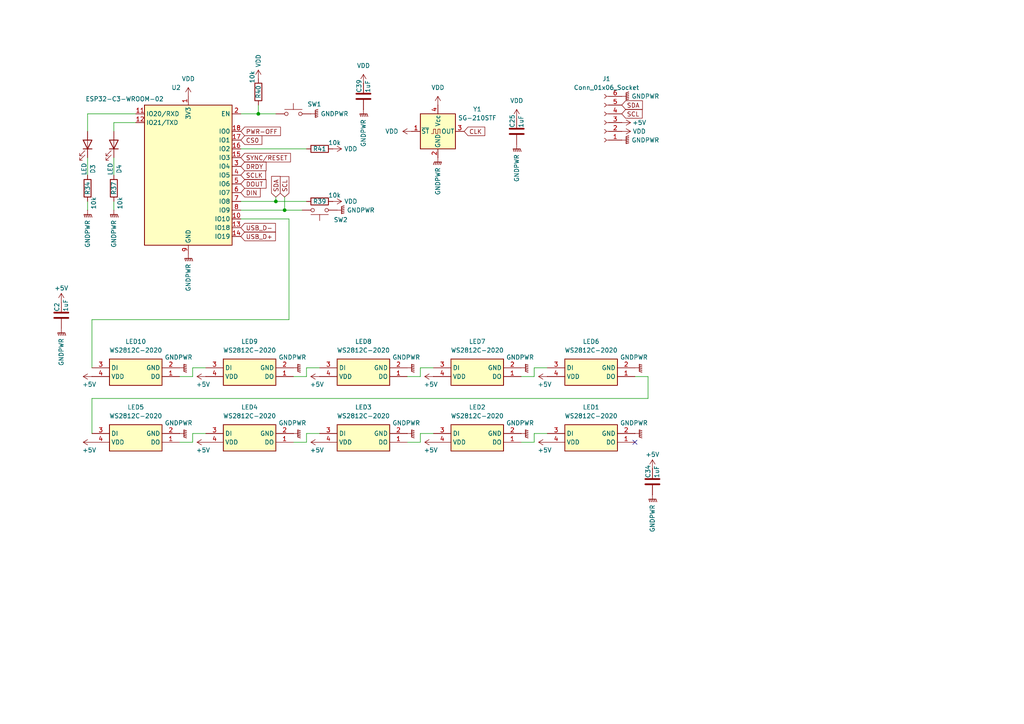
<source format=kicad_sch>
(kicad_sch (version 20250114) (generator "eeschema") (generator_version "9.0")
  (paper "A4")
  (lib_symbols
    (symbol "Connector:Conn_01x06_Socket" (pin_names (offset 1.016) (hide yes))
      (property "Reference" "J" (at 0 7.62 0))
      (property "Value" "Conn_01x06_Socket" (at 0 -10.16 0))
      (symbol "Conn_01x06_Socket_1_1"
        (polyline (pts (xy -1.27 5.08) (xy -0.508 5.08)) (stroke (width 0.1524)))
        (polyline (pts (xy -1.27 2.54) (xy -0.508 2.54)) (stroke (width 0.1524)))
        (polyline (pts (xy -1.27 0) (xy -0.508 0)) (stroke (width 0.1524)))
        (polyline (pts (xy -1.27 -2.54) (xy -0.508 -2.54)) (stroke (width 0.1524)))
        (polyline (pts (xy -1.27 -5.08) (xy -0.508 -5.08)) (stroke (width 0.1524)))
        (polyline (pts (xy -1.27 -7.62) (xy -0.508 -7.62)) (stroke (width 0.1524)))
        (arc (start 0 4.572) (mid -0.5058 5.08) (end 0 5.588) (stroke (width 0.1524)))
        (arc (start 0 2.032) (mid -0.5058 2.54) (end 0 3.048) (stroke (width 0.1524)))
        (arc (start 0 -0.508) (mid -0.5058 0) (end 0 0.508) (stroke (width 0.1524)))
        (arc (start 0 -3.048) (mid -0.5058 -2.54) (end 0 -2.032) (stroke (width 0.1524)))
        (arc (start 0 -5.588) (mid -0.5058 -5.08) (end 0 -4.572) (stroke (width 0.1524)))
        (arc (start 0 -8.128) (mid -0.5058 -7.62) (end 0 -7.112) (stroke (width 0.1524)))
        (pin passive line (at -5.08 5.08 0) (length 3.81) (name "Pin_1") (number "1"))
        (pin passive line (at -5.08 2.54 0) (length 3.81) (name "Pin_2") (number "2"))
        (pin passive line (at -5.08 0 0) (length 3.81) (name "Pin_3") (number "3"))
        (pin passive line (at -5.08 -2.54 0) (length 3.81) (name "Pin_4") (number "4"))
        (pin passive line (at -5.08 -5.08 0) (length 3.81) (name "Pin_5") (number "5"))
        (pin passive line (at -5.08 -7.62 0) (length 3.81) (name "Pin_6") (number "6"))
      )
    )
    (symbol "Device:C" (pin_numbers (hide yes)) (pin_names (offset 0.254))
      (property "Reference" "C" (at 0.635 2.54 0))
      (property "Value" "C" (at 0.635 -2.54 0))
      (symbol "C_0_1"
        (polyline (pts (xy -2.032 0.762) (xy 2.032 0.762)) (stroke (width 0.508)))
        (polyline (pts (xy -2.032 -0.762) (xy 2.032 -0.762)) (stroke (width 0.508)))
      )
      (symbol "C_1_1"
        (pin passive line (at 0 3.81 270) (length 2.794) (name "~") (number "1"))
        (pin passive line (at 0 -3.81 90) (length 2.794) (name "~") (number "2"))
      )
    )
    (symbol "Device:LED" (pin_numbers (hide yes)) (pin_names (offset 1.016) (hide yes))
      (property "Reference" "D" (at 0 2.54 0))
      (property "Value" "LED" (at 0 -2.54 0))
      (symbol "LED_0_1"
        (polyline (pts (xy -3.048 -0.762) (xy -4.572 -2.286) (xy -3.81 -2.286) (xy -4.572 -2.286) (xy -4.572 -1.524)))
        (polyline (pts (xy -1.778 -0.762) (xy -3.302 -2.286) (xy -2.54 -2.286) (xy -3.302 -2.286) (xy -3.302 -1.524)))
        (polyline (pts (xy -1.27 0) (xy 1.27 0)))
        (polyline (pts (xy -1.27 -1.27) (xy -1.27 1.27)) (stroke (width 0.254)))
        (polyline (pts (xy 1.27 -1.27) (xy 1.27 1.27) (xy -1.27 0) (xy 1.27 -1.27)) (stroke (width 0.254)))
      )
      (symbol "LED_1_1"
        (pin passive line (at -3.81 0 0) (length 2.54) (name "K") (number "1"))
        (pin passive line (at 3.81 0 180) (length 2.54) (name "A") (number "2"))
      )
    )
    (symbol "Device:R" (pin_numbers (hide yes)) (pin_names (offset 0))
      (property "Reference" "R" (at 2.032 0 90))
      (property "Value" "R" (at 0 0 90))
      (symbol "R_0_1"
        (rectangle (start -1.016 -2.54) (end 1.016 2.54) (stroke (width 0.254)))
      )
      (symbol "R_1_1"
        (pin passive line (at 0 3.81 270) (length 1.27) (name "~") (number "1"))
        (pin passive line (at 0 -3.81 90) (length 1.27) (name "~") (number "2"))
      )
    )
    (symbol "Oscillator:SG-210STF" (pin_names (offset 0.254))
      (property "Reference" "Y" (at -5.08 6.35 0))
      (property "Value" "SG-210STF" (at 1.27 -6.35 0))
      (symbol "SG-210STF_0_1"
        (rectangle (start -5.08 5.08) (end 5.08 -5.08) (stroke (width 0.254)) (fill (type background)))
        (polyline (pts (xy -1.905 -0.635) (xy -1.27 -0.635) (xy -1.27 0.635) (xy -0.635 0.635) (xy -0.635 -0.635) (xy 0 -0.635) (xy 0 0.635) (xy 0.635 0.635) (xy 0.635 -0.635)))
      )
      (symbol "SG-210STF_1_1"
        (pin input line (at -7.62 0 0) (length 2.54) (name "~{ST}") (number "1"))
        (pin power_in line (at 0 7.62 270) (length 2.54) (name "Vcc") (number "4"))
        (pin power_in line (at 0 -7.62 90) (length 2.54) (name "GND") (number "2"))
        (pin output line (at 7.62 0 180) (length 2.54) (name "OUT") (number "3"))
      )
    )
    (symbol "RF_Module:ESP32-C3-WROOM-02"
      (property "Reference" "U" (at -12.192 21.336 0))
      (property "Value" "ESP32-C3-WROOM-02" (at 12.192 21.336 0))
      (symbol "ESP32-C3-WROOM-02_1_1"
        (rectangle (start -12.7 20.32) (end 12.7 -20.32) (stroke (width 0.254)) (fill (type background)))
        (pin input line (at -15.24 17.78 0) (length 2.54) (name "EN") (number "2"))
        (pin bidirectional line (at -15.24 12.7 0) (length 2.54) (name "IO0") (number "18"))
        (pin bidirectional line (at -15.24 10.16 0) (length 2.54) (name "IO1") (number "17"))
        (pin bidirectional line (at -15.24 7.62 0) (length 2.54) (name "IO2") (number "16"))
        (pin bidirectional line (at -15.24 5.08 0) (length 2.54) (name "IO3") (number "15"))
        (pin bidirectional line (at -15.24 2.54 0) (length 2.54) (name "IO4") (number "3"))
        (pin bidirectional line (at -15.24 0 0) (length 2.54) (name "IO5") (number "4"))
        (pin bidirectional line (at -15.24 -2.54 0) (length 2.54) (name "IO6") (number "5"))
        (pin bidirectional line (at -15.24 -5.08 0) (length 2.54) (name "IO7") (number "6"))
        (pin bidirectional line (at -15.24 -7.62 0) (length 2.54) (name "IO8") (number "7"))
        (pin bidirectional line (at -15.24 -10.16 0) (length 2.54) (name "IO9") (number "8"))
        (pin bidirectional line (at -15.24 -12.7 0) (length 2.54) (name "IO10") (number "10"))
        (pin bidirectional line (at -15.24 -15.24 0) (length 2.54) (name "IO18") (number "13"))
        (pin bidirectional line (at -15.24 -17.78 0) (length 2.54) (name "IO19") (number "14"))
        (pin power_in line (at 0 22.86 270) (length 2.54) (name "3V3") (number "1"))
        (pin passive line (at 0 -22.86 90) (length 2.54) (hide yes) (name "GND") (number "19"))
        (pin power_in line (at 0 -22.86 90) (length 2.54) (name "GND") (number "9"))
        (pin bidirectional line (at 15.24 17.78 180) (length 2.54) (name "IO20/RXD") (number "11"))
        (pin bidirectional line (at 15.24 15.24 180) (length 2.54) (name "IO21/TXD") (number "12"))
      )
    )
    (symbol "Switch:SW_Push" (pin_numbers (hide yes)) (pin_names (offset 1.016) (hide yes))
      (property "Reference" "SW" (at 1.27 2.54 0))
      (property "Value" "SW_Push" (at 0 -1.524 0))
      (symbol "SW_Push_0_1"
        (circle (center -2.032 0) (radius 0.508))
        (polyline (pts (xy 0 1.27) (xy 0 3.048)))
        (circle (center 2.032 0) (radius 0.508))
        (polyline (pts (xy 2.54 1.27) (xy -2.54 1.27)))
        (pin passive line (at -5.08 0 0) (length 2.54) (name "1") (number "1"))
        (pin passive line (at 5.08 0 180) (length 2.54) (name "2") (number "2"))
      )
    )
    (symbol "power:+5V" (power) (pin_numbers (hide yes)) (pin_names (offset 0) (hide yes))
      (property "Value" "+5V" (at 0 3.556 0))
      (symbol "+5V_0_1"
        (polyline (pts (xy -0.762 1.27) (xy 0 2.54)))
        (polyline (pts (xy 0 2.54) (xy 0.762 1.27)))
        (polyline (pts (xy 0 0) (xy 0 2.54)))
      )
      (symbol "+5V_1_1"
        (pin power_in line (at 0 0 90) (length 0) (name "~") (number "1"))
      )
    )
    (symbol "power:GNDPWR" (power) (pin_numbers (hide yes)) (pin_names (offset 0) (hide yes))
      (property "Value" "GNDPWR" (at 0 -3.302 0))
      (symbol "GNDPWR_0_1"
        (polyline (pts (xy -1.016 -1.27) (xy -1.27 -2.032) (xy -1.27 -2.032)) (stroke (width 0.2032)))
        (polyline (pts (xy -0.508 -1.27) (xy -0.762 -2.032) (xy -0.762 -2.032)) (stroke (width 0.2032)))
        (polyline (pts (xy 0 -1.27) (xy 0 0)))
        (polyline (pts (xy 0 -1.27) (xy -0.254 -2.032) (xy -0.254 -2.032)) (stroke (width 0.2032)))
        (polyline (pts (xy 0.508 -1.27) (xy 0.254 -2.032) (xy 0.254 -2.032)) (stroke (width 0.2032)))
        (polyline (pts (xy 1.016 -1.27) (xy -1.016 -1.27) (xy -1.016 -1.27)) (stroke (width 0.2032)))
        (polyline (pts (xy 1.016 -1.27) (xy 0.762 -2.032) (xy 0.762 -2.032) (xy 0.762 -2.032)) (stroke (width 0.2032)))
      )
      (symbol "GNDPWR_1_1"
        (pin power_in line (at 0 0 270) (length 0) (name "~") (number "1"))
      )
    )
    (symbol "power:VDD" (power) (pin_numbers (hide yes)) (pin_names (offset 0) (hide yes))
      (property "Value" "VDD" (at 0 3.556 0))
      (symbol "VDD_0_1"
        (polyline (pts (xy -0.762 1.27) (xy 0 2.54)))
        (polyline (pts (xy 0 2.54) (xy 0.762 1.27)))
        (polyline (pts (xy 0 0) (xy 0 2.54)))
      )
      (symbol "VDD_1_1"
        (pin power_in line (at 0 0 90) (length 0) (name "~") (number "1"))
      )
    )
    (symbol "samacsys_ssd:WS2812C-2020"
      (property "Reference" "LED" (at 21.59 7.62 0))
      (property "Value" "WS2812C-2020" (at 21.59 5.08 0))
      (symbol "WS2812C-2020_1_1"
        (rectangle (start 5.08 2.54) (end 20.32 -5.08) (stroke (width 0.254)) (fill (type background)))
        (pin passive line (at 0 0 0) (length 5.08) (name "DI") (number "3"))
        (pin passive line (at 0 -2.54 0) (length 5.08) (name "VDD") (number "4"))
        (pin passive line (at 25.4 0 180) (length 5.08) (name "GND") (number "2"))
        (pin passive line (at 25.4 -2.54 180) (length 5.08) (name "DO") (number "1"))
      )
    )
  )
  (junction (at 74.93 33.02))
  (junction (at 82.55 60.96))
  (junction (at 80.01 58.42))
  (no_connect (at 184.15 128.27))
  (wire (pts (xy 80.01 33.02) (xy 74.93 33.02)))
  (wire (pts (xy 88.9 106.68) (xy 92.71 106.68)))
  (wire (pts (xy 55.88 106.68) (xy 59.69 106.68)))
  (wire (pts (xy 154.94 128.27) (xy 154.94 125.73)))
  (wire (pts (xy 69.85 58.42) (xy 80.01 58.42)))
  (wire (pts (xy 121.92 106.68) (xy 125.73 106.68)))
  (wire (pts (xy 33.02 35.56) (xy 33.02 38.1)))
  (wire (pts (xy 121.92 109.22) (xy 121.92 106.68)))
  (wire (pts (xy 80.01 58.42) (xy 88.9 58.42)))
  (wire (pts (xy 83.82 92.71) (xy 83.82 63.5)))
  (wire (pts (xy 52.07 109.22) (xy 55.88 109.22)))
  (wire (pts (xy 26.67 115.57) (xy 187.96 115.57)))
  (wire (pts (xy 154.94 109.22) (xy 154.94 106.68)))
  (wire (pts (xy 69.85 60.96) (xy 82.55 60.96)))
  (wire (pts (xy 74.93 33.02) (xy 69.85 33.02)))
  (wire (pts (xy 82.55 57.15) (xy 82.55 60.96)))
  (wire (pts (xy 69.85 43.18) (xy 88.9 43.18)))
  (wire (pts (xy 88.9 109.22) (xy 88.9 106.68)))
  (wire (pts (xy 118.11 109.22) (xy 121.92 109.22)))
  (wire (pts (xy 121.92 128.27) (xy 121.92 125.73)))
  (wire (pts (xy 25.4 33.02) (xy 25.4 38.1)))
  (wire (pts (xy 88.9 128.27) (xy 88.9 125.73)))
  (wire (pts (xy 151.13 109.22) (xy 154.94 109.22)))
  (wire (pts (xy 74.93 30.48) (xy 74.93 33.02)))
  (wire (pts (xy 25.4 33.02) (xy 39.37 33.02)))
  (wire (pts (xy 82.55 60.96) (xy 87.63 60.96)))
  (wire (pts (xy 39.37 35.56) (xy 33.02 35.56)))
  (wire (pts (xy 154.94 125.73) (xy 158.75 125.73)))
  (wire (pts (xy 26.67 106.68) (xy 26.67 92.71)))
  (wire (pts (xy 25.4 60.96) (xy 25.4 58.42)))
  (wire (pts (xy 33.02 60.96) (xy 33.02 58.42)))
  (wire (pts (xy 33.02 50.8) (xy 33.02 45.72)))
  (wire (pts (xy 55.88 125.73) (xy 59.69 125.73)))
  (wire (pts (xy 118.11 128.27) (xy 121.92 128.27)))
  (wire (pts (xy 151.13 128.27) (xy 154.94 128.27)))
  (wire (pts (xy 187.96 115.57) (xy 187.96 109.22)))
  (wire (pts (xy 85.09 109.22) (xy 88.9 109.22)))
  (wire (pts (xy 85.09 128.27) (xy 88.9 128.27)))
  (wire (pts (xy 83.82 63.5) (xy 69.85 63.5)))
  (wire (pts (xy 121.92 125.73) (xy 125.73 125.73)))
  (wire (pts (xy 88.9 125.73) (xy 92.71 125.73)))
  (wire (pts (xy 26.67 125.73) (xy 26.67 115.57)))
  (wire (pts (xy 55.88 128.27) (xy 55.88 125.73)))
  (wire (pts (xy 55.88 109.22) (xy 55.88 106.68)))
  (wire (pts (xy 80.01 57.15) (xy 80.01 58.42)))
  (wire (pts (xy 154.94 106.68) (xy 158.75 106.68)))
  (wire (pts (xy 26.67 92.71) (xy 83.82 92.71)))
  (wire (pts (xy 184.15 109.22) (xy 187.96 109.22)))
  (wire (pts (xy 25.4 50.8) (xy 25.4 45.72)))
  (wire (pts (xy 52.07 128.27) (xy 55.88 128.27)))
  (global_label "SCL" (shape input) (at 180.34 33.02 0) (property "Intersheetrefs" "${INTERSHEET_REFS}" (effects (hide yes))))
  (global_label "USB_D-" (shape input) (at 69.85 66.04 0) (property "Intersheetrefs" "${INTERSHEET_REFS}" (effects (hide yes))))
  (global_label "CS0" (shape input) (at 69.85 40.64 0) (property "Intersheetrefs" "${INTERSHEET_REFS}" (effects (hide yes))))
  (global_label "DOUT" (shape input) (at 69.85 53.34 0) (property "Intersheetrefs" "${INTERSHEET_REFS}" (effects (hide yes))))
  (global_label "SYNC{slash}RESET" (shape input) (at 69.85 45.72 0) (property "Intersheetrefs" "${INTERSHEET_REFS}" (effects (hide yes))))
  (global_label "SCLK" (shape input) (at 69.85 50.8 0) (property "Intersheetrefs" "${INTERSHEET_REFS}" (effects (hide yes))))
  (global_label "SDA" (shape input) (at 180.34 30.48 0) (property "Intersheetrefs" "${INTERSHEET_REFS}" (effects (hide yes))))
  (global_label "DIN" (shape input) (at 69.85 55.88 0) (property "Intersheetrefs" "${INTERSHEET_REFS}" (effects (hide yes))))
  (global_label "DRDY" (shape input) (at 69.85 48.26 0) (property "Intersheetrefs" "${INTERSHEET_REFS}" (effects (hide yes))))
  (global_label "USB_D+" (shape input) (at 69.85 68.58 0) (property "Intersheetrefs" "${INTERSHEET_REFS}" (effects (hide yes))))
  (global_label "CLK" (shape input) (at 134.62 38.1 0) (property "Intersheetrefs" "${INTERSHEET_REFS}" (effects (hide yes))))
  (global_label "SCL" (shape input) (at 82.55 57.15 90) (property "Intersheetrefs" "${INTERSHEET_REFS}" (effects (hide yes))))
  (global_label "PWR-OFF" (shape input) (at 69.85 38.1 0) (property "Intersheetrefs" "${INTERSHEET_REFS}" (effects (hide yes))))
  (global_label "SDA" (shape input) (at 80.01 57.15 90) (property "Intersheetrefs" "${INTERSHEET_REFS}" (effects (hide yes))))
  (symbol (lib_id "power:+5V") (at 92.71 128.27 90) (unit 1)
    (property "Reference" "#PWR0153" (effects (hide yes)))
    (property "Value" "+5V" (at 93.98 130.556 90) (effects (justify left)))
    (property "Description" "Power symbol creates a global label with name \"+5V\"" (effects (hide yes)))
  )
  (symbol (lib_id "power:GNDPWR") (at 85.09 106.68 90) (unit 1)
    (property "Reference" "#PWR0142" (effects (hide yes)))
    (property "Value" "GNDPWR" (at 80.772 103.632 90) (effects (justify right)))
    (property "Description" "Power symbol creates a global label with name \"GNDPWR\" , global ground" (effects (hide yes)))
  )
  (symbol (lib_id "power:VDD") (at 74.93 22.86 0) (mirror y) (unit 1)
    (property "Reference" "#PWR0115" (effects (hide yes)))
    (property "Value" "VDD" (at 74.93 19.558 90) (effects (justify left)))
    (property "Description" "Power symbol creates a global label with name \"VDD\"" (effects (hide yes)))
  )
  (symbol (lib_id "samacsys_ssd:WS2812C-2020") (at 92.71 106.68 0) (unit 1)
    (property "Reference" "LED8" (at 105.41 99.06 0))
    (property "Value" "WS2812C-2020" (at 105.41 101.6 0))
    (property "Footprint" "samacsys:WS2812C2020" (effects (hide yes)))
    (property "Description" "Intelligent control LED integrated light source" (effects (hide yes)))
    (property "URL" "https://akizukidenshi.com/catalog/g/g115068/" (effects (hide yes)))
    (property "cost" "20" (effects (hide yes)))
  )
  (symbol (lib_id "power:+5V") (at 189.23 135.89 0) (unit 1)
    (property "Reference" "#PWR0192" (effects (hide yes)))
    (property "Value" "+5V" (at 187.198 131.826 0) (effects (justify left)))
    (property "Description" "Power symbol creates a global label with name \"+5V\"" (effects (hide yes)))
  )
  (symbol (lib_id "samacsys_ssd:WS2812C-2020") (at 158.75 106.68 0) (unit 1)
    (property "Reference" "LED6" (at 171.45 99.06 0))
    (property "Value" "WS2812C-2020" (at 171.45 101.6 0))
    (property "Footprint" "samacsys:WS2812C2020" (effects (hide yes)))
    (property "Description" "Intelligent control LED integrated light source" (effects (hide yes)))
    (property "URL" "https://akizukidenshi.com/catalog/g/g115068/" (effects (hide yes)))
    (property "cost" "20" (effects (hide yes)))
  )
  (symbol (lib_id "power:+5V") (at 59.69 109.22 90) (unit 1)
    (property "Reference" "#PWR0141" (effects (hide yes)))
    (property "Value" "+5V" (at 60.96 111.506 90) (effects (justify left)))
    (property "Description" "Power symbol creates a global label with name \"+5V\"" (effects (hide yes)))
  )
  (symbol (lib_id "samacsys_ssd:WS2812C-2020") (at 158.75 125.73 0) (unit 1)
    (property "Reference" "LED1" (at 171.45 118.11 0))
    (property "Value" "WS2812C-2020" (at 171.45 120.65 0))
    (property "Footprint" "samacsys:WS2812C2020" (effects (hide yes)))
    (property "Description" "Intelligent control LED integrated light source" (effects (hide yes)))
    (property "URL" "https://akizukidenshi.com/catalog/g/g115068/" (effects (hide yes)))
    (property "cost" "20" (effects (hide yes)))
  )
  (symbol (lib_id "samacsys_ssd:WS2812C-2020") (at 92.71 125.73 0) (unit 1)
    (property "Reference" "LED3" (at 105.41 118.11 0))
    (property "Value" "WS2812C-2020" (at 105.41 120.65 0))
    (property "Footprint" "samacsys:WS2812C2020" (effects (hide yes)))
    (property "Description" "Intelligent control LED integrated light source" (effects (hide yes)))
    (property "URL" "https://akizukidenshi.com/catalog/g/g115068/" (effects (hide yes)))
    (property "cost" "20" (effects (hide yes)))
  )
  (symbol (lib_id "Device:C") (at 149.86 38.1 0) (mirror y) (unit 1)
    (property "Reference" "C25" (at 148.59 37.084 90) (effects (justify left)))
    (property "Value" "1uF" (at 151.13 37.084 90) (effects (justify left)))
    (property "Footprint" "Capacitor_SMD:C_0603_1608Metric" (effects (hide yes)))
    (property "Description" "Unpolarized capacitor" (effects (hide yes)))
    (property "URL" "https://www.digikey.jp/short/z2hc7bjt" (effects (hide yes)))
    (property "cost" "12.4" (effects (hide yes)))
  )
  (symbol (lib_id "Device:R") (at 74.93 26.67 0) (mirror x) (unit 1)
    (property "Reference" "R40" (at 74.93 26.67 90))
    (property "Value" "10k" (at 73.152 22.352 90))
    (property "Footprint" "Resistor_SMD:R_0603_1608Metric" (effects (hide yes)))
    (property "Description" "Resistor" (effects (hide yes)))
    (property "URL" "https://www.digikey.jp/short/pwff912h" (effects (hide yes)))
    (property "cost" "16" (effects (hide yes)))
  )
  (symbol (lib_id "Switch:SW_Push") (at 92.71 60.96 180) (unit 1)
    (property "Reference" "SW2" (at 98.806 63.754 0))
    (property "Value" "SW_Push" (effects (hide yes)))
    (property "Footprint" "Button_Switch_SMD:SW_SPST_PTS645" (effects (hide yes)))
    (property "Description" "Push button switch, generic, two pins" (effects (hide yes)))
    (property "URL" "https://akizukidenshi.com/catalog/g/g115969/" (effects (hide yes)))
    (property "cost" "30" (effects (hide yes)))
  )
  (symbol (lib_id "samacsys_ssd:WS2812C-2020") (at 59.69 125.73 0) (unit 1)
    (property "Reference" "LED4" (at 72.39 118.11 0))
    (property "Value" "WS2812C-2020" (at 72.39 120.65 0))
    (property "Footprint" "samacsys:WS2812C2020" (effects (hide yes)))
    (property "Description" "Intelligent control LED integrated light source" (effects (hide yes)))
    (property "URL" "https://akizukidenshi.com/catalog/g/g115068/" (effects (hide yes)))
    (property "cost" "20" (effects (hide yes)))
  )
  (symbol (lib_id "power:GNDPWR") (at 184.15 125.73 90) (unit 1)
    (property "Reference" "#PWR0158" (effects (hide yes)))
    (property "Value" "GNDPWR" (at 179.832 122.682 90) (effects (justify right)))
    (property "Description" "Power symbol creates a global label with name \"GNDPWR\" , global ground" (effects (hide yes)))
  )
  (symbol (lib_id "samacsys_ssd:WS2812C-2020") (at 26.67 106.68 0) (unit 1)
    (property "Reference" "LED10" (at 39.37 99.06 0))
    (property "Value" "WS2812C-2020" (at 39.37 101.6 0))
    (property "Footprint" "samacsys:WS2812C2020" (effects (hide yes)))
    (property "Description" "Intelligent control LED integrated light source" (effects (hide yes)))
    (property "URL" "https://akizukidenshi.com/catalog/g/g115068/" (effects (hide yes)))
    (property "cost" "20" (effects (hide yes)))
  )
  (symbol (lib_id "power:GNDPWR") (at 151.13 106.68 90) (unit 1)
    (property "Reference" "#PWR0146" (effects (hide yes)))
    (property "Value" "GNDPWR" (at 146.812 103.632 90) (effects (justify right)))
    (property "Description" "Power symbol creates a global label with name \"GNDPWR\" , global ground" (effects (hide yes)))
  )
  (symbol (lib_id "power:+5V") (at 125.73 128.27 90) (unit 1)
    (property "Reference" "#PWR0155" (effects (hide yes)))
    (property "Value" "+5V" (at 127 130.556 90) (effects (justify left)))
    (property "Description" "Power symbol creates a global label with name \"+5V\"" (effects (hide yes)))
  )
  (symbol (lib_id "power:GNDPWR") (at 105.41 31.75 0) (mirror y) (unit 1)
    (property "Reference" "#PWR0114" (effects (hide yes)))
    (property "Value" "GNDPWR" (at 105.41 38.608 90))
    (property "Description" "Power symbol creates a global label with name \"GNDPWR\" , global ground" (effects (hide yes)))
  )
  (symbol (lib_id "power:GNDPWR") (at 149.86 41.91 0) (mirror y) (unit 1)
    (property "Reference" "#PWR0133" (effects (hide yes)))
    (property "Value" "GNDPWR" (at 149.86 48.768 90))
    (property "Description" "Power symbol creates a global label with name \"GNDPWR\" , global ground" (effects (hide yes)))
  )
  (symbol (lib_id "power:VDD") (at 54.61 27.94 0) (mirror y) (unit 1)
    (property "Reference" "#PWR0116" (effects (hide yes)))
    (property "Value" "VDD" (at 54.61 22.86 0))
    (property "Description" "Power symbol creates a global label with name \"VDD\"" (effects (hide yes)))
  )
  (symbol (lib_id "power:+5V") (at 26.67 128.27 90) (unit 1)
    (property "Reference" "#PWR0149" (effects (hide yes)))
    (property "Value" "+5V" (at 27.94 130.556 90) (effects (justify left)))
    (property "Description" "Power symbol creates a global label with name \"+5V\"" (effects (hide yes)))
  )
  (symbol (lib_id "power:GNDPWR") (at 33.02 60.96 0) (mirror y) (unit 1)
    (property "Reference" "#PWR0128" (effects (hide yes)))
    (property "Value" "GNDPWR" (at 33.02 67.818 90))
    (property "Description" "Power symbol creates a global label with name \"GNDPWR\" , global ground" (effects (hide yes)))
  )
  (symbol (lib_id "power:+5V") (at 26.67 109.22 90) (unit 1)
    (property "Reference" "#PWR073" (effects (hide yes)))
    (property "Value" "+5V" (at 27.94 111.506 90) (effects (justify left)))
    (property "Description" "Power symbol creates a global label with name \"+5V\"" (effects (hide yes)))
  )
  (symbol (lib_id "power:GNDPWR") (at 17.78 95.25 0) (mirror y) (unit 1)
    (property "Reference" "#PWR0194" (effects (hide yes)))
    (property "Value" "GNDPWR" (at 17.78 102.108 90))
    (property "Description" "Power symbol creates a global label with name \"GNDPWR\" , global ground" (effects (hide yes)))
  )
  (symbol (lib_id "Device:LED") (at 25.4 41.91 270) (mirror x) (unit 1)
    (property "Reference" "D3" (at 26.924 49.022 0))
    (property "Value" "LED" (at 24.384 49.022 0))
    (property "Footprint" "LED_SMD:LED_0603_1608Metric" (effects (hide yes)))
    (property "Description" "Light emitting diode" (effects (hide yes)))
    (property "URL" "https://akizukidenshi.com/catalog/g/g108274/" (effects (hide yes)))
    (property "cost" "10" (effects (hide yes)))
  )
  (symbol (lib_id "Device:C") (at 17.78 91.44 0) (mirror y) (unit 1)
    (property "Reference" "C2" (at 16.51 90.424 90) (effects (justify left)))
    (property "Value" "1uF" (at 19.05 90.424 90) (effects (justify left)))
    (property "Footprint" "Capacitor_SMD:C_0603_1608Metric" (effects (hide yes)))
    (property "Description" "Unpolarized capacitor" (effects (hide yes)))
    (property "URL" "https://www.digikey.jp/short/z2hc7bjt" (effects (hide yes)))
    (property "cost" "12.4" (effects (hide yes)))
  )
  (symbol (lib_id "power:GNDPWR") (at 90.17 33.02 90) (mirror x) (unit 1)
    (property "Reference" "#PWR0120" (effects (hide yes)))
    (property "Value" "GNDPWR" (at 97.028 33.02 90))
    (property "Description" "Power symbol creates a global label with name \"GNDPWR\" , global ground" (effects (hide yes)))
  )
  (symbol (lib_id "Device:R") (at 25.4 54.61 0) (mirror y) (unit 1)
    (property "Reference" "R34" (at 25.4 54.61 90))
    (property "Value" "10k" (at 27.178 58.928 90))
    (property "Footprint" "Resistor_SMD:R_0603_1608Metric" (effects (hide yes)))
    (property "Description" "Resistor" (effects (hide yes)))
    (property "URL" "https://www.digikey.jp/short/pwff912h" (effects (hide yes)))
    (property "cost" "16" (effects (hide yes)))
  )
  (symbol (lib_id "power:VDD") (at 180.34 38.1 270) (mirror x) (unit 1)
    (property "Reference" "#PWR0121" (effects (hide yes)))
    (property "Value" "VDD" (at 185.42 38.1 90))
    (property "Description" "Power symbol creates a global label with name \"VDD\"" (effects (hide yes)))
  )
  (symbol (lib_id "power:GNDPWR") (at 52.07 125.73 90) (unit 1)
    (property "Reference" "#PWR0150" (effects (hide yes)))
    (property "Value" "GNDPWR" (at 47.752 122.682 90) (effects (justify right)))
    (property "Description" "Power symbol creates a global label with name \"GNDPWR\" , global ground" (effects (hide yes)))
  )
  (symbol (lib_id "power:GNDPWR") (at 184.15 106.68 90) (unit 1)
    (property "Reference" "#PWR0148" (effects (hide yes)))
    (property "Value" "GNDPWR" (at 179.832 103.632 90) (effects (justify right)))
    (property "Description" "Power symbol creates a global label with name \"GNDPWR\" , global ground" (effects (hide yes)))
  )
  (symbol (lib_id "Device:R") (at 92.71 43.18 90) (mirror x) (unit 1)
    (property "Reference" "R41" (at 92.71 43.18 90))
    (property "Value" "10k" (at 97.028 41.402 90))
    (property "Footprint" "Resistor_SMD:R_0603_1608Metric" (effects (hide yes)))
    (property "Description" "Resistor" (effects (hide yes)))
    (property "URL" "https://www.digikey.jp/short/pwff912h" (effects (hide yes)))
    (property "cost" "16" (effects (hide yes)))
  )
  (symbol (lib_id "power:VDD") (at 96.52 58.42 270) (mirror x) (unit 1)
    (property "Reference" "#PWR0126" (effects (hide yes)))
    (property "Value" "VDD" (at 99.822 58.42 90) (effects (justify left)))
    (property "Description" "Power symbol creates a global label with name \"VDD\"" (effects (hide yes)))
  )
  (symbol (lib_id "power:GNDPWR") (at 180.34 40.64 90) (mirror x) (unit 1)
    (property "Reference" "#PWR0123" (effects (hide yes)))
    (property "Value" "GNDPWR" (at 187.198 40.64 90))
    (property "Description" "Power symbol creates a global label with name \"GNDPWR\" , global ground" (effects (hide yes)))
  )
  (symbol (lib_id "power:+5V") (at 158.75 109.22 90) (unit 1)
    (property "Reference" "#PWR0147" (effects (hide yes)))
    (property "Value" "+5V" (at 160.02 111.506 90) (effects (justify left)))
    (property "Description" "Power symbol creates a global label with name \"+5V\"" (effects (hide yes)))
  )
  (symbol (lib_id "samacsys_ssd:WS2812C-2020") (at 125.73 125.73 0) (unit 1)
    (property "Reference" "LED2" (at 138.43 118.11 0))
    (property "Value" "WS2812C-2020" (at 138.43 120.65 0))
    (property "Footprint" "samacsys:WS2812C2020" (effects (hide yes)))
    (property "Description" "Intelligent control LED integrated light source" (effects (hide yes)))
    (property "URL" "https://akizukidenshi.com/catalog/g/g115068/" (effects (hide yes)))
    (property "cost" "20" (effects (hide yes)))
  )
  (symbol (lib_id "power:GNDPWR") (at 25.4 60.96 0) (mirror y) (unit 1)
    (property "Reference" "#PWR0127" (effects (hide yes)))
    (property "Value" "GNDPWR" (at 25.4 67.818 90))
    (property "Description" "Power symbol creates a global label with name \"GNDPWR\" , global ground" (effects (hide yes)))
  )
  (symbol (lib_id "power:VDD") (at 105.41 24.13 0) (mirror y) (unit 1)
    (property "Reference" "#PWR0113" (effects (hide yes)))
    (property "Value" "VDD" (at 105.41 19.05 0))
    (property "Description" "Power symbol creates a global label with name \"VDD\"" (effects (hide yes)))
  )
  (symbol (lib_id "power:+5V") (at 59.69 128.27 90) (unit 1)
    (property "Reference" "#PWR0151" (effects (hide yes)))
    (property "Value" "+5V" (at 60.96 130.556 90) (effects (justify left)))
    (property "Description" "Power symbol creates a global label with name \"+5V\"" (effects (hide yes)))
  )
  (symbol (lib_id "power:VDD") (at 127 30.48 0) (unit 1)
    (property "Reference" "#PWR0118" (effects (hide yes)))
    (property "Value" "VDD" (at 127 25.4 0))
    (property "Description" "Power symbol creates a global label with name \"VDD\"" (effects (hide yes)))
  )
  (symbol (lib_id "power:GNDPWR") (at 118.11 125.73 90) (unit 1)
    (property "Reference" "#PWR0154" (effects (hide yes)))
    (property "Value" "GNDPWR" (at 113.792 122.682 90) (effects (justify right)))
    (property "Description" "Power symbol creates a global label with name \"GNDPWR\" , global ground" (effects (hide yes)))
  )
  (symbol (lib_id "Connector:Conn_01x06_Socket") (at 175.26 35.56 180) (unit 1)
    (property "Reference" "J1" (at 175.895 22.86 0))
    (property "Value" "Conn_01x06_Socket" (at 175.895 25.4 0))
    (property "Footprint" "Connector_PinHeader_2.54mm:PinHeader_1x06_P2.54mm_Vertical" (effects (hide yes)))
    (property "Description" "Generic connector, single row, 01x06, script generated" (effects (hide yes)))
    (property "URL" "https://akizukidenshi.com/catalog/g/g110073/" (effects (hide yes)))
    (property "cost" "120" (effects (hide yes)))
  )
  (symbol (lib_id "power:VDD") (at 149.86 34.29 0) (mirror y) (unit 1)
    (property "Reference" "#PWR0132" (effects (hide yes)))
    (property "Value" "VDD" (at 149.86 29.21 0))
    (property "Description" "Power symbol creates a global label with name \"VDD\"" (effects (hide yes)))
  )
  (symbol (lib_id "Device:C") (at 189.23 139.7 0) (mirror y) (unit 1)
    (property "Reference" "C34" (at 187.96 138.684 90) (effects (justify left)))
    (property "Value" "1uF" (at 190.5 138.684 90) (effects (justify left)))
    (property "Footprint" "Capacitor_SMD:C_0603_1608Metric" (effects (hide yes)))
    (property "Description" "Unpolarized capacitor" (effects (hide yes)))
    (property "URL" "https://www.digikey.jp/short/z2hc7bjt" (effects (hide yes)))
    (property "cost" "12.4" (effects (hide yes)))
  )
  (symbol (lib_id "Switch:SW_Push") (at 85.09 33.02 0) (mirror y) (unit 1)
    (property "Reference" "SW1" (at 91.186 30.226 0))
    (property "Value" "SW_Push" (effects (hide yes)))
    (property "Footprint" "Button_Switch_SMD:SW_SPST_PTS645" (effects (hide yes)))
    (property "Description" "Push button switch, generic, two pins" (effects (hide yes)))
    (property "URL" "https://akizukidenshi.com/catalog/g/g115969/" (effects (hide yes)))
    (property "cost" "30" (effects (hide yes)))
  )
  (symbol (lib_id "samacsys_ssd:WS2812C-2020") (at 26.67 125.73 0) (unit 1)
    (property "Reference" "LED5" (at 39.37 118.11 0))
    (property "Value" "WS2812C-2020" (at 39.37 120.65 0))
    (property "Footprint" "samacsys:WS2812C2020" (effects (hide yes)))
    (property "Description" "Intelligent control LED integrated light source" (effects (hide yes)))
    (property "URL" "https://akizukidenshi.com/catalog/g/g115068/" (effects (hide yes)))
    (property "cost" "20" (effects (hide yes)))
  )
  (symbol (lib_id "RF_Module:ESP32-C3-WROOM-02") (at 54.61 50.8 0) (mirror y) (unit 1)
    (property "Reference" "U2" (at 52.4667 25.4 0) (effects (justify left)))
    (property "Value" "ESP32-C3-WROOM-02" (at 47.498 28.702 0) (effects (justify left)))
    (property "Footprint" "original:ESP32-C3-WROOM-02" (effects (hide yes)))
    (property "Description" "802.11 b/g/n Wi­Fi and Bluetooth 5 module, ESP32­C3 SoC, RISC­V microprocessor, On-board antenna" (effects (hide yes)))
    (property "URL" "https://akizukidenshi.com/catalog/g/g117493/" (effects (hide yes)))
    (property "cost" "340" (effects (hide yes)))
  )
  (symbol (lib_id "power:GNDPWR") (at 118.11 106.68 90) (unit 1)
    (property "Reference" "#PWR0144" (effects (hide yes)))
    (property "Value" "GNDPWR" (at 113.792 103.632 90) (effects (justify right)))
    (property "Description" "Power symbol creates a global label with name \"GNDPWR\" , global ground" (effects (hide yes)))
  )
  (symbol (lib_id "power:GNDPWR") (at 52.07 106.68 90) (unit 1)
    (property "Reference" "#PWR0140" (effects (hide yes)))
    (property "Value" "GNDPWR" (at 47.752 103.632 90) (effects (justify right)))
    (property "Description" "Power symbol creates a global label with name \"GNDPWR\" , global ground" (effects (hide yes)))
  )
  (symbol (lib_id "power:GNDPWR") (at 151.13 125.73 90) (unit 1)
    (property "Reference" "#PWR0156" (effects (hide yes)))
    (property "Value" "GNDPWR" (at 146.812 122.682 90) (effects (justify right)))
    (property "Description" "Power symbol creates a global label with name \"GNDPWR\" , global ground" (effects (hide yes)))
  )
  (symbol (lib_id "Device:R") (at 92.71 58.42 90) (mirror x) (unit 1)
    (property "Reference" "R39" (at 92.71 58.42 90))
    (property "Value" "10k" (at 97.028 56.642 90))
    (property "Footprint" "Resistor_SMD:R_0603_1608Metric" (effects (hide yes)))
    (property "Description" "Resistor" (effects (hide yes)))
    (property "URL" "https://www.digikey.jp/short/pwff912h" (effects (hide yes)))
    (property "cost" "16" (effects (hide yes)))
  )
  (symbol (lib_id "Oscillator:SG-210STF") (at 127 38.1 0) (unit 1)
    (property "Reference" "Y1" (at 138.43 31.6798 0))
    (property "Value" "SG-210STF" (at 138.43 34.2198 0))
    (property "Footprint" "Oscillator:Oscillator_SMD_SeikoEpson_SG210-4Pin_2.5x2.0mm" (effects (hide yes)))
    (property "Description" "CMOS Crystal Oscillator SPXO" (effects (hide yes)))
    (property "URL" "https://www.digikey.jp/ja/products/detail/txc-corporation/8WL-8-192MBD-T/17129470" (effects (hide yes)))
    (property "cost" "245" (effects (hide yes)))
  )
  (symbol (lib_id "power:+5V") (at 17.78 87.63 0) (unit 1)
    (property "Reference" "#PWR0193" (effects (hide yes)))
    (property "Value" "+5V" (at 15.748 83.566 0) (effects (justify left)))
    (property "Description" "Power symbol creates a global label with name \"+5V\"" (effects (hide yes)))
  )
  (symbol (lib_id "power:VDD") (at 96.52 43.18 270) (mirror x) (unit 1)
    (property "Reference" "#PWR0124" (effects (hide yes)))
    (property "Value" "VDD" (at 99.822 43.18 90) (effects (justify left)))
    (property "Description" "Power symbol creates a global label with name \"VDD\"" (effects (hide yes)))
  )
  (symbol (lib_id "power:+5V") (at 92.71 109.22 90) (unit 1)
    (property "Reference" "#PWR0143" (effects (hide yes)))
    (property "Value" "+5V" (at 93.98 111.506 90) (effects (justify left)))
    (property "Description" "Power symbol creates a global label with name \"+5V\"" (effects (hide yes)))
  )
  (symbol (lib_id "power:+5V") (at 125.73 109.22 90) (unit 1)
    (property "Reference" "#PWR0145" (effects (hide yes)))
    (property "Value" "+5V" (at 127 111.506 90) (effects (justify left)))
    (property "Description" "Power symbol creates a global label with name \"+5V\"" (effects (hide yes)))
  )
  (symbol (lib_id "power:+5V") (at 180.34 35.56 270) (unit 1)
    (property "Reference" "#PWR0119" (effects (hide yes)))
    (property "Value" "+5V" (at 185.42 35.56 90))
    (property "Description" "Power symbol creates a global label with name \"+5V\"" (effects (hide yes)))
  )
  (symbol (lib_id "power:VDD") (at 119.38 38.1 90) (unit 1)
    (property "Reference" "#PWR0122" (effects (hide yes)))
    (property "Value" "VDD" (at 115.57 38.0999 90) (effects (justify left)))
    (property "Description" "Power symbol creates a global label with name \"VDD\"" (effects (hide yes)))
  )
  (symbol (lib_id "samacsys_ssd:WS2812C-2020") (at 125.73 106.68 0) (unit 1)
    (property "Reference" "LED7" (at 138.43 99.06 0))
    (property "Value" "WS2812C-2020" (at 138.43 101.6 0))
    (property "Footprint" "samacsys:WS2812C2020" (effects (hide yes)))
    (property "Description" "Intelligent control LED integrated light source" (effects (hide yes)))
    (property "URL" "https://akizukidenshi.com/catalog/g/g115068/" (effects (hide yes)))
    (property "cost" "20" (effects (hide yes)))
  )
  (symbol (lib_id "samacsys_ssd:WS2812C-2020") (at 59.69 106.68 0) (unit 1)
    (property "Reference" "LED9" (at 72.39 99.06 0))
    (property "Value" "WS2812C-2020" (at 72.39 101.6 0))
    (property "Footprint" "samacsys:WS2812C2020" (effects (hide yes)))
    (property "Description" "Intelligent control LED integrated light source" (effects (hide yes)))
    (property "URL" "https://akizukidenshi.com/catalog/g/g115068/" (effects (hide yes)))
    (property "cost" "20" (effects (hide yes)))
  )
  (symbol (lib_id "Device:LED") (at 33.02 41.91 270) (mirror x) (unit 1)
    (property "Reference" "D4" (at 34.544 49.022 0))
    (property "Value" "LED" (at 32.004 49.022 0))
    (property "Footprint" "LED_SMD:LED_0603_1608Metric" (effects (hide yes)))
    (property "Description" "Light emitting diode" (effects (hide yes)))
    (property "URL" "https://akizukidenshi.com/catalog/g/g108274/" (effects (hide yes)))
    (property "cost" "10" (effects (hide yes)))
  )
  (symbol (lib_id "Device:C") (at 105.41 27.94 0) (mirror y) (unit 1)
    (property "Reference" "C39" (at 104.14 26.924 90) (effects (justify left)))
    (property "Value" "1uF" (at 106.68 26.924 90) (effects (justify left)))
    (property "Footprint" "Capacitor_SMD:C_0603_1608Metric" (effects (hide yes)))
    (property "Description" "Unpolarized capacitor" (effects (hide yes)))
    (property "URL" "https://www.digikey.jp/short/z2hc7bjt" (effects (hide yes)))
    (property "cost" "12.4" (effects (hide yes)))
  )
  (symbol (lib_id "Device:R") (at 33.02 54.61 0) (mirror y) (unit 1)
    (property "Reference" "R37" (at 33.02 54.61 90))
    (property "Value" "10k" (at 34.798 58.928 90))
    (property "Footprint" "Resistor_SMD:R_0603_1608Metric" (effects (hide yes)))
    (property "Description" "Resistor" (effects (hide yes)))
    (property "URL" "https://www.digikey.jp/short/pwff912h" (effects (hide yes)))
    (property "cost" "16" (effects (hide yes)))
  )
  (symbol (lib_id "power:GNDPWR") (at 85.09 125.73 90) (unit 1)
    (property "Reference" "#PWR0152" (effects (hide yes)))
    (property "Value" "GNDPWR" (at 80.772 122.682 90) (effects (justify right)))
    (property "Description" "Power symbol creates a global label with name \"GNDPWR\" , global ground" (effects (hide yes)))
  )
  (symbol (lib_id "power:GNDPWR") (at 54.61 73.66 0) (mirror y) (unit 1)
    (property "Reference" "#PWR0130" (effects (hide yes)))
    (property "Value" "GNDPWR" (at 54.61 80.518 90))
    (property "Description" "Power symbol creates a global label with name \"GNDPWR\" , global ground" (effects (hide yes)))
  )
  (symbol (lib_id "power:GNDPWR") (at 180.34 27.94 90) (mirror x) (unit 1)
    (property "Reference" "#PWR0117" (effects (hide yes)))
    (property "Value" "GNDPWR" (at 187.198 27.94 90))
    (property "Description" "Power symbol creates a global label with name \"GNDPWR\" , global ground" (effects (hide yes)))
  )
  (symbol (lib_id "power:+5V") (at 158.75 128.27 90) (unit 1)
    (property "Reference" "#PWR0157" (effects (hide yes)))
    (property "Value" "+5V" (at 160.02 130.556 90) (effects (justify left)))
    (property "Description" "Power symbol creates a global label with name \"+5V\"" (effects (hide yes)))
  )
  (symbol (lib_id "power:GNDPWR") (at 127 45.72 0) (unit 1)
    (property "Reference" "#PWR0125" (effects (hide yes)))
    (property "Value" "GNDPWR" (at 127 52.578 90))
    (property "Description" "Power symbol creates a global label with name \"GNDPWR\" , global ground" (effects (hide yes)))
  )
  (symbol (lib_id "power:GNDPWR") (at 97.79 60.96 90) (mirror x) (unit 1)
    (property "Reference" "#PWR0129" (effects (hide yes)))
    (property "Value" "GNDPWR" (at 104.648 60.96 90))
    (property "Description" "Power symbol creates a global label with name \"GNDPWR\" , global ground" (effects (hide yes)))
  )
  (symbol (lib_id "power:GNDPWR") (at 189.23 143.51 0) (mirror y) (unit 1)
    (property "Reference" "#PWR0191" (effects (hide yes)))
    (property "Value" "GNDPWR" (at 189.23 150.368 90))
    (property "Description" "Power symbol creates a global label with name \"GNDPWR\" , global ground" (effects (hide yes)))
  )
)
</source>
